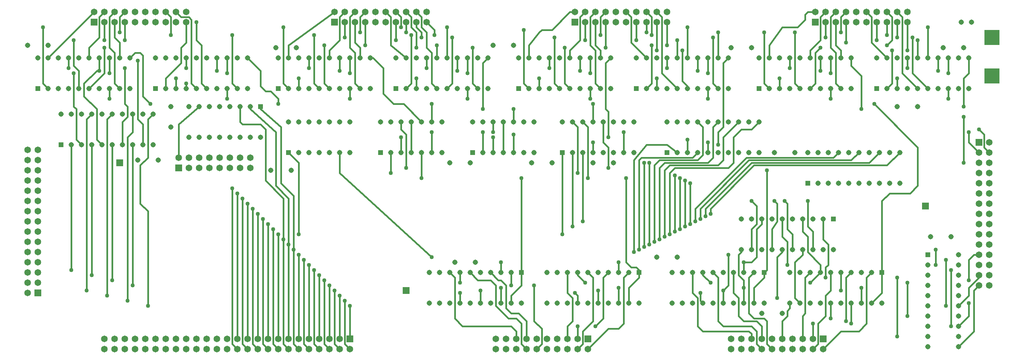
<source format=gtl>
G75*
G70*
%OFA0B0*%
%FSLAX24Y24*%
%IPPOS*%
%LPD*%
%AMOC8*
5,1,8,0,0,1.08239X$1,22.5*
%
%ADD10R,0.0650X0.0650*%
%ADD11C,0.0650*%
%ADD12R,0.0515X0.0515*%
%ADD13C,0.0515*%
%ADD14R,0.1500X0.1500*%
%ADD15R,0.0709X0.0709*%
%ADD16C,0.0160*%
%ADD17C,0.0400*%
D10*
X005125Y009625D03*
X035625Y005125D03*
X058875Y005125D03*
X081875Y005125D03*
X097125Y024375D03*
X081125Y036125D03*
X057625Y036125D03*
X034125Y036125D03*
X010625Y036125D03*
X018875Y021875D03*
D11*
X011625Y004125D03*
X012625Y004125D03*
X013625Y004125D03*
X014625Y004125D03*
X015625Y004125D03*
X016625Y004125D03*
X017625Y004125D03*
X018625Y004125D03*
X019625Y004125D03*
X020625Y004125D03*
X021625Y004125D03*
X022625Y004125D03*
X023625Y004125D03*
X024625Y004125D03*
X025625Y004125D03*
X026625Y004125D03*
X027625Y004125D03*
X028625Y004125D03*
X029625Y004125D03*
X030625Y004125D03*
X031625Y004125D03*
X032625Y004125D03*
X033625Y004125D03*
X034625Y004125D03*
X035625Y004125D03*
X034625Y005125D03*
X033625Y005125D03*
X032625Y005125D03*
X031625Y005125D03*
X030625Y005125D03*
X029625Y005125D03*
X028625Y005125D03*
X027625Y005125D03*
X026625Y005125D03*
X025625Y005125D03*
X024625Y005125D03*
X023625Y005125D03*
X022625Y005125D03*
X021625Y005125D03*
X020625Y005125D03*
X019625Y005125D03*
X018625Y005125D03*
X017625Y005125D03*
X016625Y005125D03*
X015625Y005125D03*
X014625Y005125D03*
X013625Y005125D03*
X012625Y005125D03*
X011625Y005125D03*
X004125Y009625D03*
X004125Y010625D03*
X005125Y010625D03*
X005125Y011625D03*
X004125Y011625D03*
X004125Y012625D03*
X005125Y012625D03*
X005125Y013625D03*
X004125Y013625D03*
X004125Y014625D03*
X005125Y014625D03*
X005125Y015625D03*
X004125Y015625D03*
X004125Y016625D03*
X005125Y016625D03*
X005125Y017625D03*
X004125Y017625D03*
X004125Y018625D03*
X005125Y018625D03*
X005125Y019625D03*
X004125Y019625D03*
X004125Y020625D03*
X005125Y020625D03*
X005125Y021625D03*
X004125Y021625D03*
X004125Y022625D03*
X005125Y022625D03*
X005125Y023625D03*
X004125Y023625D03*
X018875Y022875D03*
X019875Y022875D03*
X020875Y022875D03*
X021875Y022875D03*
X022875Y022875D03*
X023875Y022875D03*
X024875Y022875D03*
X025875Y022875D03*
X025875Y021875D03*
X024875Y021875D03*
X023875Y021875D03*
X022875Y021875D03*
X021875Y021875D03*
X020875Y021875D03*
X019875Y021875D03*
X019625Y036125D03*
X018625Y036125D03*
X017625Y036125D03*
X016625Y036125D03*
X015625Y036125D03*
X014625Y036125D03*
X013625Y036125D03*
X012625Y036125D03*
X011625Y036125D03*
X011625Y037125D03*
X010625Y037125D03*
X012625Y037125D03*
X013625Y037125D03*
X014625Y037125D03*
X015625Y037125D03*
X016625Y037125D03*
X017625Y037125D03*
X018625Y037125D03*
X019625Y037125D03*
X034125Y037125D03*
X035125Y037125D03*
X036125Y037125D03*
X037125Y037125D03*
X038125Y037125D03*
X039125Y037125D03*
X040125Y037125D03*
X041125Y037125D03*
X042125Y037125D03*
X043125Y037125D03*
X043125Y036125D03*
X042125Y036125D03*
X041125Y036125D03*
X040125Y036125D03*
X039125Y036125D03*
X038125Y036125D03*
X037125Y036125D03*
X036125Y036125D03*
X035125Y036125D03*
X057625Y037125D03*
X058625Y037125D03*
X059625Y037125D03*
X060625Y037125D03*
X061625Y037125D03*
X062625Y037125D03*
X063625Y037125D03*
X064625Y037125D03*
X065625Y037125D03*
X066625Y037125D03*
X066625Y036125D03*
X065625Y036125D03*
X064625Y036125D03*
X063625Y036125D03*
X062625Y036125D03*
X061625Y036125D03*
X060625Y036125D03*
X059625Y036125D03*
X058625Y036125D03*
X081125Y037125D03*
X082125Y037125D03*
X083125Y037125D03*
X084125Y037125D03*
X085125Y037125D03*
X086125Y037125D03*
X087125Y037125D03*
X088125Y037125D03*
X089125Y037125D03*
X090125Y037125D03*
X090125Y036125D03*
X089125Y036125D03*
X088125Y036125D03*
X087125Y036125D03*
X086125Y036125D03*
X085125Y036125D03*
X084125Y036125D03*
X083125Y036125D03*
X082125Y036125D03*
X098125Y024375D03*
X098125Y023375D03*
X097125Y023375D03*
X097125Y022375D03*
X098125Y022375D03*
X098125Y021375D03*
X097125Y021375D03*
X097125Y020375D03*
X098125Y020375D03*
X098125Y019375D03*
X097125Y019375D03*
X097125Y018375D03*
X098125Y018375D03*
X098125Y017375D03*
X097125Y017375D03*
X097125Y016375D03*
X098125Y016375D03*
X098125Y015375D03*
X097125Y015375D03*
X097125Y014375D03*
X098125Y014375D03*
X098125Y013375D03*
X097125Y013375D03*
X097125Y012375D03*
X098125Y012375D03*
X098125Y011375D03*
X097125Y011375D03*
X097125Y010375D03*
X098125Y010375D03*
X081875Y004125D03*
X080875Y004125D03*
X079875Y004125D03*
X078875Y004125D03*
X077875Y004125D03*
X076875Y004125D03*
X075875Y004125D03*
X074875Y004125D03*
X073875Y004125D03*
X072875Y004125D03*
X072875Y005125D03*
X073875Y005125D03*
X074875Y005125D03*
X075875Y005125D03*
X076875Y005125D03*
X077875Y005125D03*
X078875Y005125D03*
X079875Y005125D03*
X080875Y005125D03*
X058875Y004125D03*
X057875Y004125D03*
X056875Y004125D03*
X055875Y004125D03*
X054875Y004125D03*
X053875Y004125D03*
X052875Y004125D03*
X051875Y004125D03*
X050875Y004125D03*
X049875Y004125D03*
X049875Y005125D03*
X050875Y005125D03*
X051875Y005125D03*
X052875Y005125D03*
X053875Y005125D03*
X054875Y005125D03*
X055875Y005125D03*
X056875Y005125D03*
X057875Y005125D03*
D12*
X052375Y011625D03*
X063875Y011625D03*
X076125Y011625D03*
X087625Y011625D03*
X092125Y013375D03*
X082875Y016875D03*
X080375Y020375D03*
X066625Y023375D03*
X056375Y023375D03*
X047625Y023375D03*
X038625Y023375D03*
X029625Y023375D03*
X026875Y027875D03*
X028625Y029625D03*
X016625Y029625D03*
X005125Y029625D03*
X007375Y024125D03*
X040125Y029625D03*
X052125Y029625D03*
X063625Y029625D03*
X075625Y029625D03*
X087125Y029625D03*
D13*
X088125Y029625D03*
X089125Y029625D03*
X090125Y029625D03*
X091125Y029625D03*
X092125Y029625D03*
X093125Y029625D03*
X094125Y029625D03*
X095125Y029625D03*
X096125Y029625D03*
X091125Y027875D03*
X089125Y027875D03*
X084625Y029625D03*
X083625Y029625D03*
X082625Y029625D03*
X081625Y029625D03*
X080625Y029625D03*
X079625Y029625D03*
X078625Y029625D03*
X077625Y029625D03*
X076625Y029625D03*
X072625Y029625D03*
X071625Y029625D03*
X070625Y029625D03*
X069625Y029625D03*
X068625Y029625D03*
X067625Y029625D03*
X066625Y029625D03*
X065625Y029625D03*
X064625Y029625D03*
X061125Y029625D03*
X060125Y029625D03*
X059125Y029625D03*
X058125Y029625D03*
X057125Y029625D03*
X056125Y029625D03*
X055125Y029625D03*
X054125Y029625D03*
X053125Y029625D03*
X049125Y029625D03*
X048125Y029625D03*
X047125Y029625D03*
X046125Y029625D03*
X045125Y029625D03*
X044125Y029625D03*
X043125Y029625D03*
X042125Y029625D03*
X041125Y029625D03*
X037625Y029625D03*
X036625Y029625D03*
X035625Y029625D03*
X034625Y029625D03*
X033625Y029625D03*
X032625Y029625D03*
X031625Y029625D03*
X030625Y029625D03*
X029625Y029625D03*
X025625Y029625D03*
X024625Y029625D03*
X023625Y029625D03*
X022625Y029625D03*
X021625Y029625D03*
X020625Y029625D03*
X019625Y029625D03*
X018625Y029625D03*
X017625Y029625D03*
X018125Y027875D03*
X019875Y027875D03*
X020875Y027875D03*
X021875Y027875D03*
X022875Y027875D03*
X023875Y027875D03*
X024875Y027875D03*
X025875Y027875D03*
X029625Y026375D03*
X030625Y026375D03*
X031625Y026375D03*
X032625Y026375D03*
X033625Y026375D03*
X034625Y026375D03*
X035625Y026375D03*
X038625Y026375D03*
X039625Y026375D03*
X040625Y026375D03*
X041625Y026375D03*
X042625Y026375D03*
X043625Y026375D03*
X044625Y026375D03*
X047625Y026375D03*
X048625Y026375D03*
X049625Y026375D03*
X050625Y026375D03*
X051625Y026375D03*
X052625Y026375D03*
X053625Y026375D03*
X056375Y026375D03*
X057375Y026375D03*
X058375Y026375D03*
X059375Y026375D03*
X060375Y026375D03*
X061375Y026375D03*
X062375Y026375D03*
X063375Y026375D03*
X066625Y026375D03*
X067625Y026375D03*
X068625Y026375D03*
X069625Y026375D03*
X070625Y026375D03*
X071625Y026375D03*
X072625Y026375D03*
X073625Y026375D03*
X074625Y026375D03*
X075625Y026375D03*
X075625Y023375D03*
X074625Y023375D03*
X073625Y023375D03*
X072625Y023375D03*
X071625Y023375D03*
X070625Y023375D03*
X069625Y023375D03*
X068625Y023375D03*
X067625Y023375D03*
X063375Y023375D03*
X062375Y023375D03*
X061375Y023375D03*
X060375Y023375D03*
X059375Y023375D03*
X058375Y023375D03*
X057375Y023375D03*
X055375Y022375D03*
X053375Y022375D03*
X053625Y023375D03*
X052625Y023375D03*
X051625Y023375D03*
X050625Y023375D03*
X049625Y023375D03*
X048625Y023375D03*
X047375Y022375D03*
X045375Y022375D03*
X044625Y023375D03*
X043625Y023375D03*
X042625Y023375D03*
X041625Y023375D03*
X040625Y023375D03*
X039625Y023375D03*
X035625Y023375D03*
X034625Y023375D03*
X033625Y023375D03*
X032625Y023375D03*
X031625Y023375D03*
X030625Y023375D03*
X029875Y021625D03*
X027875Y021625D03*
X026875Y024875D03*
X025875Y024875D03*
X024875Y024875D03*
X023875Y024875D03*
X022875Y024875D03*
X021875Y024875D03*
X020875Y024875D03*
X019875Y024875D03*
X018125Y025875D03*
X016375Y027125D03*
X015375Y027125D03*
X014375Y027125D03*
X013375Y027125D03*
X012375Y027125D03*
X011375Y027125D03*
X010375Y027125D03*
X009375Y027125D03*
X008375Y027125D03*
X007375Y027125D03*
X007125Y029625D03*
X006125Y029625D03*
X008125Y029625D03*
X009125Y029625D03*
X010125Y029625D03*
X011125Y029625D03*
X012125Y029625D03*
X013125Y029625D03*
X014125Y029625D03*
X014125Y032625D03*
X013125Y032625D03*
X012125Y032625D03*
X011125Y032625D03*
X010125Y032625D03*
X009125Y032625D03*
X008125Y032625D03*
X007125Y032625D03*
X006125Y032625D03*
X005125Y032625D03*
X004125Y033875D03*
X006125Y033875D03*
X016625Y032625D03*
X017625Y032625D03*
X018625Y032625D03*
X019625Y032625D03*
X020625Y032625D03*
X021625Y032625D03*
X022625Y032625D03*
X023625Y032625D03*
X024625Y032625D03*
X025625Y032625D03*
X028375Y033625D03*
X028625Y032625D03*
X029625Y032625D03*
X030625Y032625D03*
X031625Y032625D03*
X032625Y032625D03*
X033625Y032625D03*
X034625Y032625D03*
X035625Y032625D03*
X036625Y032625D03*
X037625Y032625D03*
X040125Y032625D03*
X041125Y032625D03*
X042125Y032625D03*
X043125Y032625D03*
X044125Y032625D03*
X045125Y032625D03*
X046125Y032625D03*
X047125Y032625D03*
X048125Y032625D03*
X049125Y032625D03*
X052125Y032625D03*
X053125Y032625D03*
X054125Y032625D03*
X055125Y032625D03*
X056125Y032625D03*
X057125Y032625D03*
X058125Y032625D03*
X059125Y032625D03*
X060125Y032625D03*
X061125Y032625D03*
X063625Y032625D03*
X064625Y032625D03*
X065625Y032625D03*
X066625Y032625D03*
X067625Y032625D03*
X068625Y032625D03*
X069625Y032625D03*
X070625Y032625D03*
X071625Y032625D03*
X072625Y032625D03*
X072875Y033625D03*
X074875Y033625D03*
X075625Y032625D03*
X076625Y032625D03*
X077625Y032625D03*
X078625Y032625D03*
X079625Y032625D03*
X080625Y032625D03*
X081625Y032625D03*
X082625Y032625D03*
X083625Y032625D03*
X084625Y032625D03*
X087125Y032625D03*
X088125Y032625D03*
X089125Y032625D03*
X090125Y032625D03*
X091125Y032625D03*
X092125Y032625D03*
X093125Y032625D03*
X094125Y032625D03*
X095125Y032625D03*
X096125Y032625D03*
X095625Y033625D03*
X093625Y033625D03*
X095375Y036125D03*
X096375Y036125D03*
X089375Y023375D03*
X088375Y023375D03*
X087375Y023375D03*
X086375Y023375D03*
X085375Y023375D03*
X084375Y023375D03*
X083375Y023375D03*
X082375Y023375D03*
X081375Y023375D03*
X080375Y023375D03*
X079125Y023375D03*
X077125Y023375D03*
X081375Y020375D03*
X082375Y020375D03*
X083375Y020375D03*
X084375Y020375D03*
X085375Y020375D03*
X086375Y020375D03*
X087375Y020375D03*
X088375Y020375D03*
X089375Y020375D03*
X081875Y016875D03*
X080875Y016875D03*
X079875Y016875D03*
X078875Y016875D03*
X077875Y016875D03*
X076875Y016875D03*
X075875Y016875D03*
X074875Y016875D03*
X073875Y016875D03*
X073875Y013875D03*
X074875Y013875D03*
X075875Y013875D03*
X076875Y013875D03*
X077875Y013875D03*
X078875Y013875D03*
X079875Y013875D03*
X080875Y013875D03*
X081875Y013875D03*
X082875Y013875D03*
X082625Y011625D03*
X081625Y011625D03*
X080625Y011625D03*
X079625Y011625D03*
X078625Y011625D03*
X075125Y011625D03*
X074125Y011625D03*
X073125Y011625D03*
X072125Y011625D03*
X071125Y011625D03*
X070125Y011625D03*
X069125Y011625D03*
X068125Y011625D03*
X067125Y011625D03*
X067625Y013125D03*
X065625Y013125D03*
X062875Y011625D03*
X061875Y011625D03*
X060875Y011625D03*
X059875Y011625D03*
X058875Y011625D03*
X057875Y011625D03*
X056875Y011625D03*
X055875Y011625D03*
X054875Y011625D03*
X051375Y011625D03*
X050375Y011625D03*
X049375Y011625D03*
X048375Y011625D03*
X047375Y011625D03*
X046375Y011625D03*
X045375Y011625D03*
X044375Y011625D03*
X043375Y011625D03*
X045875Y012625D03*
X047875Y012625D03*
X047375Y008625D03*
X046375Y008625D03*
X045375Y008625D03*
X044375Y008625D03*
X043375Y008625D03*
X048375Y008625D03*
X049375Y008625D03*
X050375Y008625D03*
X051375Y008625D03*
X052375Y008625D03*
X054875Y008625D03*
X055875Y008625D03*
X056875Y008625D03*
X057875Y008625D03*
X058875Y008625D03*
X059875Y008625D03*
X060875Y008625D03*
X061875Y008625D03*
X062875Y008625D03*
X063875Y008625D03*
X067125Y008625D03*
X068125Y008625D03*
X069125Y008625D03*
X070125Y008625D03*
X071125Y008625D03*
X072125Y008625D03*
X073125Y008625D03*
X074125Y008625D03*
X075125Y008625D03*
X076125Y008625D03*
X075875Y007625D03*
X077875Y007625D03*
X078625Y008625D03*
X079625Y008625D03*
X080625Y008625D03*
X081625Y008625D03*
X082625Y008625D03*
X083625Y008625D03*
X084625Y008625D03*
X085625Y008625D03*
X086625Y008625D03*
X087625Y008625D03*
X092125Y008375D03*
X092125Y009375D03*
X092125Y010375D03*
X092125Y011375D03*
X092125Y012375D03*
X095125Y012375D03*
X095125Y013375D03*
X094375Y015125D03*
X092375Y015125D03*
X086625Y011625D03*
X085625Y011625D03*
X084625Y011625D03*
X083625Y011625D03*
X092125Y007375D03*
X092125Y006375D03*
X092125Y005375D03*
X092125Y004375D03*
X095125Y004375D03*
X095125Y005375D03*
X095125Y006375D03*
X095125Y007375D03*
X095125Y008375D03*
X095125Y009375D03*
X095125Y010375D03*
X095125Y011375D03*
X061375Y022375D03*
X059375Y022375D03*
X051625Y033875D03*
X049625Y033875D03*
X030375Y033625D03*
X016375Y024125D03*
X015375Y024125D03*
X014375Y024125D03*
X013375Y024125D03*
X012375Y024125D03*
X011375Y024125D03*
X010375Y024125D03*
X009375Y024125D03*
X008375Y024125D03*
X014875Y022625D03*
X016875Y022625D03*
D14*
X098375Y030875D03*
X098375Y034625D03*
D15*
X091875Y018125D03*
X041125Y009875D03*
X013125Y022375D03*
D16*
X015125Y022125D02*
X015125Y018375D01*
X015875Y017625D01*
X015875Y008375D01*
X013875Y008875D02*
X013875Y024875D01*
X014375Y025375D01*
X014375Y027125D01*
X013875Y026875D02*
X013375Y026375D01*
X013375Y024125D01*
X012375Y024125D02*
X012375Y010875D01*
X014375Y010375D02*
X014375Y024125D01*
X015375Y024125D02*
X015375Y026125D01*
X014875Y026625D01*
X014875Y032375D01*
X015375Y032875D02*
X015375Y028875D01*
X016125Y028125D01*
X013875Y027875D02*
X013875Y026875D01*
X012375Y027125D02*
X011875Y026625D01*
X011875Y009375D01*
X009875Y009875D02*
X009875Y026625D01*
X010375Y027125D01*
X010875Y027625D02*
X010875Y024625D01*
X011375Y024125D01*
X010375Y024125D02*
X010375Y011375D01*
X008375Y011875D02*
X008375Y024125D01*
X008875Y024625D02*
X009375Y024125D01*
X008875Y024625D02*
X008875Y027625D01*
X008625Y027875D01*
X008625Y031125D01*
X009125Y031375D02*
X009125Y029625D01*
X009625Y030125D02*
X009625Y028875D01*
X010875Y027625D01*
X012125Y028625D02*
X012125Y029625D01*
X012625Y030125D02*
X013125Y029625D01*
X012625Y030125D02*
X012625Y033125D01*
X012125Y033625D01*
X012125Y036625D01*
X012625Y037125D01*
X013125Y036625D02*
X013625Y037125D01*
X013125Y036625D02*
X013125Y035125D01*
X012625Y034625D02*
X013125Y034125D01*
X013125Y032625D01*
X012125Y032625D02*
X012125Y031125D01*
X011625Y031125D02*
X010125Y029625D01*
X009625Y030125D02*
X010875Y031375D01*
X011125Y031375D01*
X011125Y032625D01*
X010125Y032625D02*
X010125Y033625D01*
X011125Y034625D01*
X011125Y036625D01*
X011625Y037125D01*
X010625Y037125D02*
X006125Y032625D01*
X008125Y032625D02*
X008125Y031625D01*
X008625Y031875D02*
X009125Y031375D01*
X008625Y031875D02*
X008625Y034375D01*
X011625Y034375D02*
X011625Y036125D01*
X012625Y036125D02*
X012625Y034625D01*
X013625Y034375D02*
X013625Y036125D01*
X017625Y037125D02*
X018125Y036625D01*
X018125Y034875D01*
X019125Y033625D02*
X019625Y034125D01*
X019625Y036125D01*
X019875Y036625D02*
X019125Y036625D01*
X018625Y037125D01*
X019875Y036625D02*
X020125Y036375D01*
X020125Y030125D01*
X020625Y029625D01*
X021125Y030125D02*
X021625Y029625D01*
X021125Y030125D02*
X021125Y033875D01*
X020625Y034375D01*
X020625Y036125D01*
X024125Y034875D02*
X024125Y030125D01*
X024625Y029625D01*
X023625Y029625D02*
X023625Y028625D01*
X024875Y027875D02*
X024875Y026375D01*
X025125Y026125D01*
X026875Y026125D01*
X027375Y025625D01*
X027375Y020625D01*
X029125Y018875D01*
X029125Y014875D01*
X029125Y004625D01*
X029625Y004125D01*
X030125Y004625D02*
X030625Y004125D01*
X030125Y004625D02*
X030125Y013875D01*
X030125Y019125D01*
X028875Y020375D01*
X028875Y025875D01*
X026875Y027625D01*
X026875Y027875D01*
X025875Y027875D02*
X025875Y027625D01*
X028375Y025375D01*
X028375Y020125D01*
X029625Y018875D01*
X029625Y014375D01*
X029625Y005125D01*
X028625Y005125D02*
X028625Y015375D01*
X028125Y015875D02*
X028125Y004625D01*
X028625Y004125D01*
X027625Y004125D02*
X027125Y004625D01*
X027125Y016875D01*
X027625Y016375D02*
X027625Y005125D01*
X026625Y005125D02*
X026625Y017375D01*
X026125Y017875D02*
X026125Y004625D01*
X026625Y004125D01*
X025625Y004125D02*
X025125Y004625D01*
X025125Y018875D01*
X024625Y019375D02*
X024625Y005125D01*
X024125Y004625D02*
X024125Y019875D01*
X025625Y018375D02*
X025625Y005125D01*
X024625Y004125D02*
X024125Y004625D01*
X030625Y005125D02*
X030625Y013375D01*
X031125Y012875D02*
X031125Y004625D01*
X031625Y004125D01*
X032125Y004625D02*
X032625Y004125D01*
X032125Y004625D02*
X032125Y011875D01*
X032625Y011375D02*
X032625Y005125D01*
X033125Y004625D02*
X033625Y004125D01*
X033125Y004625D02*
X033125Y010875D01*
X033625Y010375D02*
X033625Y005125D01*
X034125Y004625D02*
X034625Y004125D01*
X034125Y004625D02*
X034125Y009875D01*
X034625Y009375D02*
X034625Y005125D01*
X035125Y004625D02*
X035625Y004125D01*
X035125Y004625D02*
X035125Y008875D01*
X035625Y008375D02*
X035625Y005125D01*
X031625Y005125D02*
X031625Y012375D01*
X030625Y015375D02*
X030625Y022375D01*
X029625Y023375D01*
X034625Y023375D02*
X034625Y021375D01*
X043625Y013125D01*
X045375Y011625D02*
X045875Y011125D01*
X045875Y007125D01*
X046625Y006375D01*
X051375Y006375D01*
X051875Y005875D01*
X051875Y005125D01*
X052375Y004625D02*
X052875Y004125D01*
X052375Y004625D02*
X052375Y006625D01*
X051875Y007125D01*
X051125Y007125D01*
X049875Y008375D01*
X049875Y010375D01*
X049375Y010875D01*
X048125Y010875D01*
X047375Y011625D01*
X046375Y011625D02*
X046375Y010625D01*
X046375Y009625D02*
X046375Y008625D01*
X048375Y008625D02*
X048375Y009875D01*
X050375Y010125D02*
X050375Y008625D01*
X050875Y008125D02*
X051375Y007625D01*
X052125Y007625D01*
X052875Y006875D01*
X052875Y005125D01*
X053875Y004125D02*
X054375Y004625D01*
X054375Y006125D01*
X053625Y006875D01*
X053625Y010375D01*
X052375Y010375D02*
X052375Y011625D01*
X052375Y020875D01*
X057875Y021375D02*
X057875Y025875D01*
X057375Y026375D01*
X058375Y026375D02*
X058875Y025875D01*
X058875Y020875D01*
X060875Y021875D02*
X060875Y023875D01*
X060375Y024375D01*
X060375Y026375D01*
X059375Y026375D02*
X059375Y028125D01*
X059125Y028625D02*
X059125Y029625D01*
X059625Y030125D02*
X060125Y029625D01*
X059625Y030125D02*
X059625Y033375D01*
X059125Y033875D01*
X059125Y036625D01*
X059625Y037125D01*
X060125Y036625D02*
X060625Y037125D01*
X060125Y036625D02*
X060125Y034875D01*
X058625Y034375D02*
X058625Y036125D01*
X058125Y036625D02*
X058125Y034375D01*
X057125Y033375D01*
X057125Y032625D01*
X058125Y032625D02*
X058125Y031375D01*
X059125Y031125D02*
X059125Y032625D01*
X060125Y032625D02*
X060125Y033375D01*
X059625Y033875D01*
X059625Y036125D01*
X060625Y036125D02*
X060625Y033625D01*
X061125Y032625D02*
X060625Y032125D01*
X060625Y027625D01*
X060875Y027375D01*
X060875Y024875D01*
X059375Y024375D02*
X059375Y023375D01*
X058375Y023375D02*
X058375Y016625D01*
X057375Y016125D02*
X057375Y023375D01*
X056375Y023375D02*
X056375Y015375D01*
X063375Y013625D02*
X063375Y022625D01*
X064625Y024125D01*
X066625Y024125D01*
X067625Y023375D01*
X068625Y023375D02*
X068625Y024625D01*
X070625Y024375D02*
X070625Y023375D01*
X070125Y023125D02*
X070125Y025875D01*
X069625Y026375D01*
X071125Y025875D02*
X071625Y026375D01*
X071125Y025875D02*
X071125Y022875D01*
X070625Y022375D01*
X066375Y022375D01*
X065875Y021875D01*
X065875Y014875D01*
X066375Y015125D02*
X066375Y021625D01*
X066875Y022125D01*
X071625Y022125D01*
X072125Y022625D01*
X072125Y024875D01*
X073625Y026375D01*
X073875Y025625D02*
X074875Y025625D01*
X075625Y026375D01*
X073875Y025625D02*
X073125Y024875D01*
X073125Y022375D01*
X072625Y021875D01*
X067375Y021875D01*
X066875Y021375D01*
X066875Y015375D01*
X067375Y015625D02*
X067375Y021125D01*
X067875Y020875D02*
X067875Y015875D01*
X068375Y016125D02*
X068375Y020625D01*
X068875Y020375D02*
X068875Y016375D01*
X069375Y016625D02*
X069375Y017875D01*
X074375Y022875D01*
X082875Y022875D01*
X083375Y023375D01*
X084625Y022625D02*
X085375Y023375D01*
X084625Y022625D02*
X074625Y022625D01*
X069875Y017875D01*
X069875Y016875D01*
X070375Y017125D02*
X070375Y017875D01*
X074875Y022375D01*
X086375Y022375D01*
X087375Y023375D01*
X088125Y022125D02*
X089375Y023375D01*
X091125Y023875D02*
X091125Y020125D01*
X090375Y019375D01*
X088375Y019375D01*
X087625Y018625D01*
X087625Y011625D01*
X087625Y009625D01*
X086625Y008625D01*
X085625Y008625D02*
X085625Y010125D01*
X086125Y011125D02*
X086625Y011625D01*
X086125Y011125D02*
X086125Y006625D01*
X085375Y005875D01*
X083625Y005875D01*
X081875Y004125D01*
X081375Y004625D02*
X081375Y006625D01*
X082125Y007375D01*
X082125Y009375D01*
X082625Y009875D01*
X082625Y011625D01*
X082125Y012125D02*
X082125Y011125D01*
X081625Y011625D02*
X081625Y012375D01*
X080375Y013625D01*
X080375Y015125D01*
X079875Y015625D01*
X079875Y016875D01*
X080375Y016125D02*
X080875Y015625D01*
X080875Y013875D01*
X079875Y013875D02*
X079875Y013375D01*
X079125Y012625D01*
X079125Y009125D01*
X079625Y008625D01*
X078625Y008625D02*
X078625Y008125D01*
X078375Y007875D01*
X078375Y007375D01*
X077875Y006875D01*
X077875Y005125D01*
X076875Y004125D02*
X076375Y004625D01*
X076375Y006875D01*
X076125Y007125D01*
X075125Y007125D01*
X074625Y007625D01*
X074625Y011125D01*
X075125Y011625D01*
X074125Y011625D02*
X074125Y012625D01*
X074875Y012625D01*
X075375Y013125D01*
X075375Y015875D01*
X075875Y016375D01*
X075875Y016875D01*
X075375Y016375D02*
X074875Y015875D01*
X074875Y013875D01*
X073875Y013875D02*
X073875Y013625D01*
X073625Y013375D01*
X073625Y011375D01*
X074125Y010875D01*
X074125Y010125D01*
X074125Y008625D01*
X075125Y008625D02*
X075125Y010125D01*
X076125Y011125D01*
X076125Y011625D01*
X076375Y011875D01*
X076375Y021625D01*
X075125Y022125D02*
X088125Y022125D01*
X091125Y023875D02*
X086875Y028125D01*
X085625Y027625D02*
X085625Y030875D01*
X084625Y031875D01*
X084625Y032625D01*
X083625Y032625D02*
X083625Y033375D01*
X083125Y033875D01*
X083125Y036125D01*
X082625Y036625D02*
X082625Y033625D01*
X083125Y033125D01*
X083125Y030125D01*
X083625Y029625D01*
X082625Y029625D02*
X082625Y028625D01*
X081125Y030125D02*
X080625Y029625D01*
X079625Y029625D02*
X079125Y030125D01*
X079125Y035125D01*
X079375Y035625D02*
X077875Y035625D01*
X076625Y033875D01*
X076625Y032625D01*
X078625Y032625D02*
X078625Y031625D01*
X077625Y030625D02*
X077625Y029625D01*
X076625Y029625D02*
X076125Y030125D01*
X076125Y035125D01*
X079375Y035625D02*
X080125Y036375D01*
X080125Y036875D01*
X080375Y037125D01*
X081125Y037125D01*
X081625Y036625D02*
X082125Y037125D01*
X082625Y036625D02*
X083125Y037125D01*
X083625Y036625D02*
X084125Y037125D01*
X083625Y036625D02*
X083625Y035125D01*
X084125Y036125D02*
X084125Y034125D01*
X082125Y034625D02*
X082125Y036125D01*
X081625Y036625D02*
X081625Y034375D01*
X080625Y033375D01*
X080625Y032625D01*
X081125Y033125D02*
X081125Y030125D01*
X082625Y031125D02*
X082625Y032625D01*
X081625Y032625D02*
X081625Y031375D01*
X081125Y033125D02*
X081625Y033625D01*
X086625Y034125D02*
X088125Y032625D01*
X088625Y033375D02*
X088625Y030125D01*
X088125Y029625D01*
X089125Y029625D02*
X089125Y030625D01*
X089625Y031125D02*
X091125Y029625D01*
X092125Y029625D02*
X090625Y031125D01*
X090625Y034625D01*
X091125Y034375D02*
X091125Y032625D01*
X090125Y032625D02*
X090125Y031625D01*
X089625Y031125D02*
X089625Y036625D01*
X089125Y037125D01*
X088625Y036625D02*
X088125Y037125D01*
X088625Y036625D02*
X088625Y034375D01*
X088125Y033875D01*
X087125Y034375D02*
X087125Y036125D01*
X086625Y036625D02*
X086625Y034125D01*
X088125Y034875D02*
X088125Y036125D01*
X089125Y036125D02*
X089125Y034625D01*
X090125Y033375D02*
X090125Y036125D01*
X092125Y035625D02*
X092125Y032625D01*
X093125Y032625D02*
X093125Y031375D01*
X094125Y031125D02*
X094125Y032625D01*
X096125Y032625D02*
X096125Y031125D01*
X095625Y030625D01*
X095625Y027875D01*
X095625Y026875D02*
X095625Y022375D01*
X097125Y023375D02*
X096125Y024375D01*
X096125Y025375D01*
X097125Y025625D02*
X097625Y025125D01*
X097625Y023875D01*
X098125Y023375D01*
X094125Y028625D02*
X094125Y029625D01*
X086625Y036625D02*
X086125Y037125D01*
X072625Y032625D02*
X072125Y032125D01*
X072125Y025875D01*
X071625Y025375D01*
X071625Y024125D01*
X070125Y023125D02*
X069625Y022625D01*
X065875Y022625D01*
X065375Y022125D01*
X065375Y014625D01*
X064875Y014375D02*
X064875Y022375D01*
X064375Y022375D02*
X064375Y014125D01*
X063875Y013875D02*
X063875Y022625D01*
X064125Y022875D01*
X069125Y022875D01*
X069625Y023375D01*
X070875Y017875D02*
X075125Y022125D01*
X074875Y018625D02*
X075375Y018125D01*
X075375Y016375D01*
X076875Y015875D02*
X076875Y013875D01*
X077375Y013125D02*
X077875Y013625D01*
X077875Y013875D01*
X078875Y013875D02*
X078875Y015375D01*
X078375Y015875D01*
X078375Y018375D01*
X078125Y018625D01*
X077375Y018375D02*
X077375Y016625D01*
X076875Y015875D01*
X077875Y015125D02*
X078375Y014625D01*
X078375Y012375D01*
X077375Y013125D02*
X077375Y009125D01*
X080625Y010625D02*
X081625Y011625D01*
X082125Y012125D02*
X082375Y012375D01*
X082375Y014375D01*
X081875Y014875D01*
X081875Y016875D01*
X080375Y016125D02*
X080375Y018625D01*
X077375Y018375D02*
X077125Y018625D01*
X077875Y016875D02*
X077875Y015125D01*
X072625Y013375D02*
X072625Y010375D01*
X072125Y009875D01*
X072125Y008625D01*
X073125Y009625D02*
X073625Y009125D01*
X073625Y007375D01*
X074125Y006875D01*
X075375Y006875D01*
X075875Y006375D01*
X075875Y005125D01*
X075375Y004625D02*
X075375Y005875D01*
X074875Y006375D01*
X072125Y006375D01*
X071625Y006875D01*
X071625Y011125D01*
X071125Y011625D01*
X070125Y011625D02*
X070125Y011375D01*
X070875Y010625D01*
X069875Y009625D02*
X069875Y008875D01*
X070125Y008625D01*
X069625Y009125D02*
X069125Y009625D01*
X069125Y011625D01*
X073125Y011625D02*
X073125Y009625D01*
X069625Y009125D02*
X069625Y006375D01*
X070125Y005875D01*
X074625Y005875D01*
X074875Y005625D01*
X074875Y005125D01*
X075375Y004625D02*
X075875Y004125D01*
X079875Y005125D02*
X079875Y007375D01*
X080125Y007625D01*
X080125Y011125D01*
X080625Y011625D01*
X083625Y011625D02*
X083625Y009875D01*
X084125Y011125D02*
X084625Y011625D01*
X084125Y011125D02*
X084125Y006875D01*
X084625Y006625D02*
X084625Y008625D01*
X082625Y008625D02*
X082625Y007125D01*
X080875Y006625D02*
X080875Y005125D01*
X081375Y004625D02*
X080875Y004125D01*
X089125Y005375D02*
X089125Y011125D01*
X090125Y010625D02*
X090125Y007375D01*
X093875Y008375D02*
X093875Y012875D01*
X092875Y012375D02*
X092875Y013875D01*
X096125Y012875D02*
X096125Y010875D01*
X096125Y010125D02*
X097125Y011125D01*
X097125Y011375D01*
X097125Y010375D02*
X096625Y009875D01*
X096625Y005875D01*
X095125Y004375D01*
X095125Y006375D02*
X096125Y007375D01*
X096125Y008625D01*
X096125Y009375D02*
X095125Y008375D01*
X096125Y009375D02*
X096125Y010125D01*
X094375Y011875D02*
X094375Y006375D01*
X096125Y012875D02*
X096625Y013375D01*
X097125Y013375D01*
X070875Y017375D02*
X070875Y017875D01*
X062625Y020875D02*
X062625Y012625D01*
X063125Y012125D01*
X063625Y012125D01*
X063875Y011875D01*
X063875Y011625D01*
X063875Y011125D01*
X062875Y010125D01*
X062875Y008625D01*
X061875Y008625D02*
X061875Y010125D01*
X062375Y011125D02*
X062375Y006625D01*
X061875Y006125D01*
X060875Y006125D01*
X058875Y004125D01*
X058375Y004625D02*
X057875Y004125D01*
X058375Y004625D02*
X058375Y005875D01*
X059375Y006875D01*
X059375Y011125D01*
X058875Y011625D01*
X057875Y011625D02*
X057875Y011375D01*
X058625Y010625D01*
X057625Y009625D02*
X057875Y009375D01*
X057875Y008625D01*
X057375Y009125D02*
X056875Y009625D01*
X056875Y011625D01*
X060375Y011125D02*
X060875Y011625D01*
X061875Y011625D02*
X061875Y012625D01*
X062875Y011625D02*
X062375Y011125D01*
X060375Y011125D02*
X060375Y007125D01*
X059625Y006375D01*
X057875Y006375D02*
X057875Y005125D01*
X056875Y005125D02*
X056875Y006375D01*
X057375Y006875D01*
X057375Y009125D01*
X059875Y008625D02*
X059875Y009875D01*
X052375Y010375D02*
X051375Y009375D01*
X051375Y008625D01*
X050875Y008125D02*
X050875Y010375D01*
X050375Y010875D01*
X050125Y010875D01*
X049375Y011625D01*
X050375Y011625D02*
X050375Y012625D01*
X051375Y011625D02*
X051375Y010375D01*
X042625Y020875D02*
X042625Y023375D01*
X041625Y023375D02*
X041625Y026375D01*
X040625Y026375D02*
X040625Y025625D01*
X041125Y025125D01*
X041125Y021875D01*
X039625Y021375D02*
X039625Y023375D01*
X040625Y023375D02*
X040625Y024875D01*
X042625Y026375D02*
X040875Y028125D01*
X039875Y028125D01*
X038875Y029125D01*
X038875Y031625D01*
X037875Y032625D01*
X037625Y032625D01*
X036625Y032625D02*
X036625Y033625D01*
X036125Y034125D01*
X036125Y036125D01*
X035625Y036625D02*
X035625Y033625D01*
X036125Y033125D01*
X036125Y030125D01*
X036625Y029625D01*
X035625Y029625D02*
X035625Y028625D01*
X033625Y029625D02*
X033125Y030125D01*
X033125Y033875D01*
X033625Y033375D02*
X034625Y034375D01*
X034625Y036625D01*
X035125Y037125D01*
X035625Y036625D02*
X036125Y037125D01*
X036625Y036625D02*
X037125Y037125D01*
X036625Y036625D02*
X036625Y035125D01*
X037125Y036125D02*
X037125Y033875D01*
X035125Y034625D02*
X035125Y036125D01*
X034125Y037125D02*
X029625Y033875D01*
X029625Y032625D01*
X031625Y032625D02*
X031625Y031625D01*
X030625Y030625D02*
X030625Y029625D01*
X029625Y029625D02*
X029125Y030125D01*
X029125Y035625D01*
X032125Y034875D02*
X032125Y030125D01*
X032625Y029625D01*
X035625Y031125D02*
X035625Y032625D01*
X034625Y032625D02*
X034625Y031375D01*
X033625Y032625D02*
X033625Y033375D01*
X039625Y033875D02*
X041125Y032625D01*
X042125Y033625D02*
X042125Y035125D01*
X041625Y035625D01*
X041625Y036625D01*
X041125Y037125D01*
X040625Y036625D02*
X040125Y037125D01*
X039625Y036625D02*
X039125Y037125D01*
X039625Y036625D02*
X039625Y033875D01*
X040125Y034375D02*
X040125Y036125D01*
X040625Y036625D02*
X040625Y035625D01*
X041125Y036125D02*
X041125Y035125D01*
X041625Y034875D02*
X041625Y030125D01*
X041125Y029625D01*
X042125Y029625D02*
X042125Y030625D01*
X043625Y030125D02*
X044125Y029625D01*
X045125Y029625D02*
X045625Y030125D01*
X045625Y034625D01*
X044125Y033875D02*
X044125Y032625D01*
X043625Y033125D02*
X043625Y030125D01*
X043125Y031625D02*
X043125Y032625D01*
X043625Y033125D02*
X043125Y033625D01*
X043125Y035125D01*
X042625Y035625D01*
X042625Y036625D01*
X042125Y037125D01*
X042125Y036125D02*
X042125Y035625D01*
X042625Y035125D01*
X042625Y034625D01*
X043875Y034875D02*
X043875Y035375D01*
X043125Y036125D01*
X045125Y035625D02*
X045125Y032625D01*
X046125Y032625D02*
X046125Y031375D01*
X047125Y031125D02*
X047125Y032625D01*
X047625Y033625D02*
X047625Y030125D01*
X048125Y029625D01*
X047125Y029625D02*
X047125Y028625D01*
X048625Y027625D02*
X048625Y032125D01*
X049125Y032625D01*
X053125Y032625D02*
X053125Y033875D01*
X054125Y035125D01*
X054375Y035375D01*
X055375Y035375D01*
X057125Y037125D01*
X057625Y037125D01*
X058125Y036625D02*
X058625Y037125D01*
X062625Y037125D02*
X063125Y036625D01*
X063125Y034125D01*
X064625Y032625D01*
X065625Y033375D02*
X065625Y036125D01*
X065125Y036625D02*
X065125Y034875D01*
X064625Y035125D02*
X064625Y036125D01*
X065125Y036625D02*
X064625Y037125D01*
X065625Y037125D02*
X066125Y036625D01*
X066125Y031125D01*
X067625Y029625D01*
X068125Y030375D02*
X068625Y029875D01*
X068625Y029625D01*
X068125Y030375D02*
X068125Y033375D01*
X067625Y032625D02*
X067625Y034375D01*
X066625Y033875D02*
X066625Y036125D01*
X068625Y035625D02*
X068625Y032625D01*
X069625Y032625D02*
X069625Y031375D01*
X070625Y031125D02*
X070625Y032625D01*
X071625Y032625D02*
X071625Y035125D01*
X071125Y034625D02*
X071125Y030125D01*
X071625Y029625D01*
X070625Y029625D02*
X070625Y028625D01*
X065625Y029625D02*
X065625Y030625D01*
X065125Y030125D02*
X064625Y029625D01*
X065125Y030125D02*
X065125Y033875D01*
X063625Y034375D02*
X063625Y036125D01*
X056625Y033625D02*
X056625Y030125D01*
X057125Y029625D01*
X056125Y029625D02*
X055625Y030125D01*
X055625Y034625D01*
X052625Y035375D02*
X052625Y030125D01*
X053125Y029625D01*
X054125Y029625D02*
X054125Y030625D01*
X055125Y031625D02*
X055125Y032625D01*
X043625Y028125D02*
X043625Y026375D01*
X043625Y025375D02*
X043625Y023375D01*
X048625Y023375D02*
X048625Y025375D01*
X049625Y025375D02*
X049625Y026375D01*
X050625Y026375D02*
X050625Y023375D01*
X049625Y023375D02*
X049625Y024875D01*
X051625Y025125D02*
X051625Y023375D01*
X051625Y026375D02*
X051625Y027625D01*
X062375Y025375D02*
X062375Y023375D01*
X066625Y031625D02*
X066625Y032625D01*
X028625Y028625D02*
X028625Y028125D01*
X028625Y028625D02*
X027875Y029375D01*
X027375Y029375D01*
X026875Y029875D01*
X026875Y031375D01*
X025625Y032625D01*
X023625Y032625D02*
X023625Y031125D01*
X022625Y031375D02*
X022625Y032625D01*
X019625Y032625D02*
X019625Y031625D01*
X019125Y032125D02*
X017625Y030625D01*
X017625Y029625D01*
X018625Y029625D02*
X018625Y030625D01*
X019625Y030125D02*
X019625Y029625D01*
X020875Y027875D02*
X018875Y026125D01*
X018875Y022875D01*
X015875Y022875D02*
X015125Y022125D01*
X015875Y022875D02*
X015875Y026625D01*
X016375Y027125D01*
X013875Y027875D02*
X013625Y028125D01*
X013625Y031625D01*
X011625Y031125D02*
X011625Y033625D01*
X014125Y032625D02*
X014625Y033125D01*
X015125Y033125D01*
X015375Y032875D01*
X019125Y033625D02*
X019125Y032125D01*
X006125Y029625D02*
X005625Y030125D01*
X005625Y035625D01*
D17*
X005625Y035625D03*
X008625Y034375D03*
X011625Y034375D03*
X011625Y033625D03*
X013625Y034375D03*
X013125Y035125D03*
X018125Y034875D03*
X020625Y036125D03*
X024125Y034875D03*
X029125Y035625D03*
X032125Y034875D03*
X033125Y033875D03*
X035125Y034625D03*
X036625Y035125D03*
X037125Y033875D03*
X040125Y034375D03*
X041625Y034875D03*
X041125Y035125D03*
X040625Y035625D03*
X042625Y034625D03*
X043875Y034875D03*
X044125Y033875D03*
X045625Y034625D03*
X047625Y033625D03*
X046125Y031375D03*
X047125Y031125D03*
X043125Y031625D03*
X042125Y030625D03*
X047125Y028625D03*
X048625Y027625D03*
X051625Y027625D03*
X049625Y025375D03*
X049625Y024875D03*
X048625Y025375D03*
X051625Y025125D03*
X059375Y024375D03*
X060875Y024875D03*
X062375Y025375D03*
X068625Y024625D03*
X070625Y024375D03*
X071625Y024125D03*
X076375Y021625D03*
X077125Y018625D03*
X078125Y018625D03*
X080375Y018625D03*
X074875Y018625D03*
X070875Y017375D03*
X070375Y017125D03*
X069875Y016875D03*
X069375Y016625D03*
X068875Y016375D03*
X068375Y016125D03*
X067875Y015875D03*
X067375Y015625D03*
X066875Y015375D03*
X066375Y015125D03*
X065875Y014875D03*
X065375Y014625D03*
X064875Y014375D03*
X064375Y014125D03*
X063875Y013875D03*
X063375Y013625D03*
X061875Y012625D03*
X058625Y010625D03*
X057625Y009625D03*
X059875Y009875D03*
X061875Y010125D03*
X069875Y009625D03*
X070875Y010625D03*
X072125Y009875D03*
X074125Y010125D03*
X077375Y009125D03*
X080625Y010625D03*
X082125Y011125D03*
X083625Y009875D03*
X085625Y010125D03*
X089125Y011125D03*
X090125Y010625D03*
X094375Y011875D03*
X092875Y012375D03*
X093875Y012875D03*
X092875Y013875D03*
X096125Y010875D03*
X096125Y008625D03*
X093875Y008375D03*
X090125Y007375D03*
X089125Y005375D03*
X084625Y006625D03*
X084125Y006875D03*
X082625Y007125D03*
X080875Y006625D03*
X094375Y006375D03*
X078375Y012375D03*
X074125Y012625D03*
X072625Y013375D03*
X058375Y016625D03*
X057375Y016125D03*
X056375Y015375D03*
X050375Y012625D03*
X051375Y010375D03*
X050375Y010125D03*
X048375Y009875D03*
X046375Y009625D03*
X046375Y010625D03*
X043625Y013125D03*
X034625Y009375D03*
X034125Y009875D03*
X033625Y010375D03*
X033125Y010875D03*
X032625Y011375D03*
X032125Y011875D03*
X031625Y012375D03*
X031125Y012875D03*
X030625Y013375D03*
X030125Y013875D03*
X029625Y014375D03*
X029125Y014875D03*
X028625Y015375D03*
X028125Y015875D03*
X027625Y016375D03*
X027125Y016875D03*
X026625Y017375D03*
X026125Y017875D03*
X025625Y018375D03*
X025125Y018875D03*
X024625Y019375D03*
X024125Y019875D03*
X030625Y015375D03*
X042625Y020875D03*
X041125Y021875D03*
X039625Y021375D03*
X040625Y024875D03*
X043625Y025375D03*
X043625Y028125D03*
X035625Y028625D03*
X030625Y030625D03*
X031625Y031625D03*
X034625Y031375D03*
X035625Y031125D03*
X042125Y033625D03*
X045125Y035625D03*
X052625Y035375D03*
X055625Y034625D03*
X056625Y033625D03*
X058625Y034375D03*
X060125Y034875D03*
X060625Y033625D03*
X063625Y034375D03*
X065125Y033875D03*
X065625Y033375D03*
X066625Y033875D03*
X067625Y034375D03*
X068125Y033375D03*
X071125Y034625D03*
X071625Y035125D03*
X068625Y035625D03*
X065125Y034875D03*
X064625Y035125D03*
X066625Y031625D03*
X065625Y030625D03*
X069625Y031375D03*
X070625Y031125D03*
X070625Y028625D03*
X077625Y030625D03*
X078625Y031625D03*
X081625Y031375D03*
X082625Y031125D03*
X082625Y028625D03*
X085625Y027625D03*
X086875Y028125D03*
X089125Y030625D03*
X090125Y031625D03*
X093125Y031375D03*
X094125Y031125D03*
X090125Y033375D03*
X088625Y033375D03*
X088125Y033875D03*
X087125Y034375D03*
X088125Y034875D03*
X089125Y034625D03*
X090625Y034625D03*
X091125Y034375D03*
X092125Y035625D03*
X084125Y034125D03*
X082125Y034625D03*
X081625Y033625D03*
X083625Y035125D03*
X079125Y035125D03*
X076125Y035125D03*
X059125Y031125D03*
X058125Y031375D03*
X055125Y031625D03*
X054125Y030625D03*
X059125Y028625D03*
X059375Y028125D03*
X064375Y022375D03*
X064875Y022375D03*
X067375Y021125D03*
X067875Y020875D03*
X068375Y020625D03*
X068875Y020375D03*
X062625Y020875D03*
X060875Y021875D03*
X058875Y020875D03*
X057875Y021375D03*
X052375Y020875D03*
X028625Y028125D03*
X023625Y028625D03*
X019625Y030125D03*
X018625Y030625D03*
X019625Y031625D03*
X022625Y031375D03*
X023625Y031125D03*
X016125Y028125D03*
X012125Y028625D03*
X012125Y031125D03*
X011125Y031375D03*
X008625Y031125D03*
X008125Y031625D03*
X013625Y031625D03*
X014875Y032375D03*
X008375Y011875D03*
X010375Y011375D03*
X012375Y010875D03*
X014375Y010375D03*
X011875Y009375D03*
X013875Y008875D03*
X015875Y008375D03*
X009875Y009875D03*
X035125Y008875D03*
X035625Y008375D03*
X053625Y010375D03*
X057875Y006375D03*
X059625Y006375D03*
X095625Y022375D03*
X096125Y025375D03*
X097125Y025625D03*
X095625Y026875D03*
X095625Y027875D03*
X094125Y028625D03*
M02*

</source>
